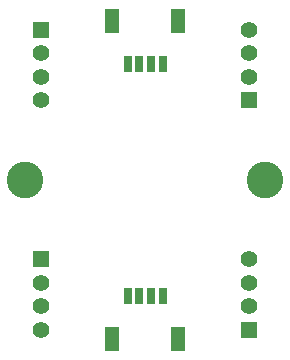
<source format=gbr>
G04 EAGLE Gerber RS-274X export*
G75*
%MOMM*%
%FSLAX34Y34*%
%LPD*%
%INSoldermask Top*%
%IPPOS*%
%AMOC8*
5,1,8,0,0,1.08239X$1,22.5*%
G01*
%ADD10C,3.101600*%
%ADD11R,0.701600X1.451600*%
%ADD12R,1.301600X2.101600*%
%ADD13R,1.409600X1.409600*%
%ADD14C,1.409600*%


D10*
X30000Y150000D03*
X233200Y150000D03*
D11*
X146600Y248000D03*
X136600Y248000D03*
X126600Y248000D03*
X116600Y248000D03*
D12*
X103600Y284750D03*
X159600Y284750D03*
D11*
X116600Y52000D03*
X126600Y52000D03*
X136600Y52000D03*
X146600Y52000D03*
D12*
X159600Y15250D03*
X103600Y15250D03*
D13*
X43700Y277200D03*
D14*
X43700Y257200D03*
X43700Y237200D03*
X43700Y217200D03*
D13*
X43700Y82800D03*
D14*
X43700Y62800D03*
X43700Y42800D03*
X43700Y22800D03*
D13*
X219500Y22800D03*
D14*
X219500Y42800D03*
X219500Y62800D03*
X219500Y82800D03*
D13*
X219500Y217200D03*
D14*
X219500Y237200D03*
X219500Y257200D03*
X219500Y277200D03*
M02*

</source>
